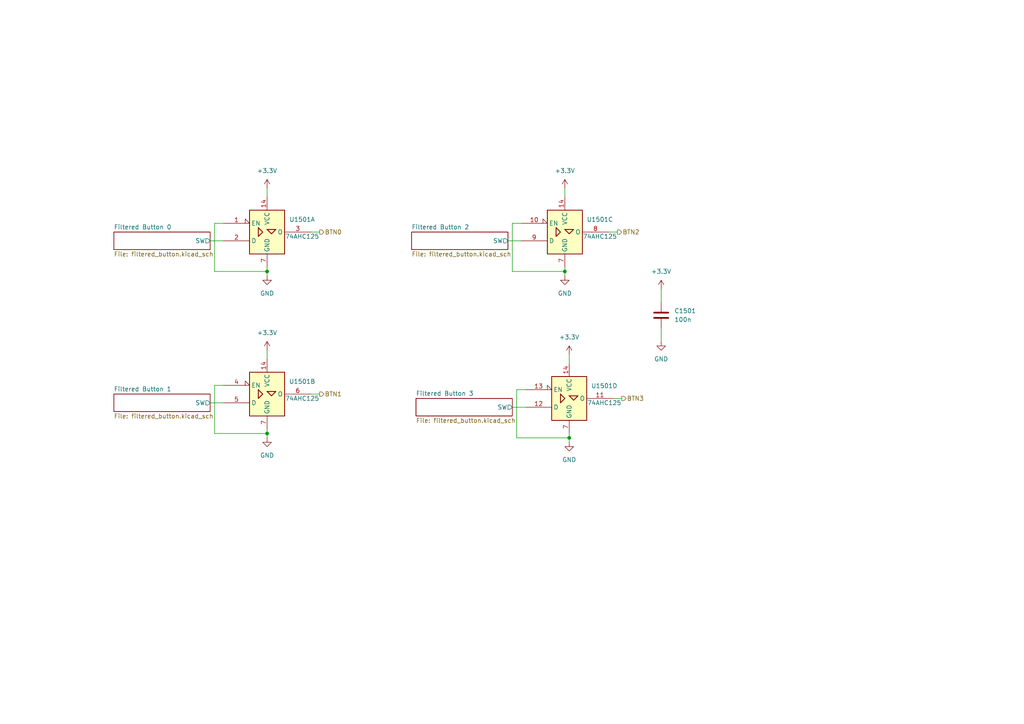
<source format=kicad_sch>
(kicad_sch (version 20230121) (generator eeschema)
  (paper "A4")
  (lib_symbols
    (symbol "74xx_IEEE:74125"
      (property "Reference" "U" (at 6.35 6.35 0))
      (property "Value" "74125" (at 2.54 -7.62 0))
      (symbol "74125_0_1"
        (rectangle (start -5.08 6.35) (end 5.08 -6.35) (stroke (width 0.254)) (fill (type background)))
        (polyline (pts (xy -2.54 1.27) (xy -2.54 -1.27) (xy -1.27 0) (xy -2.54 1.27) (xy -2.54 1.27)) (stroke (width 0.254)) (fill (type background)))
        (polyline (pts (xy 0 0.762) (xy 2.54 0.762) (xy 1.27 -0.508) (xy 0 0.762) (xy 0 0.762)) (stroke (width 0.254)) (fill (type background)))
        (pin power_in line (at 0 10.16 270) (length 3.81) (name "VCC") (number "14"))
        (pin power_in line (at 0 -10.16 90) (length 3.81) (name "GND") (number "7"))
      )
      (symbol "74125_1_0"
        (pin input input_low (at -12.7 2.54 0) (length 7.62) (name "EN") (number "1"))
      )
      (symbol "74125_1_1"
        (pin input line (at -12.7 -2.54 0) (length 7.62) (name "D") (number "2"))
        (pin tri_state line (at 12.7 0 180) (length 7.62) (name "O") (number "3"))
      )
      (symbol "74125_2_0"
        (pin input input_low (at -12.7 2.54 0) (length 7.62) (name "EN") (number "4"))
      )
      (symbol "74125_2_1"
        (pin input line (at -12.7 -2.54 0) (length 7.62) (name "D") (number "5"))
        (pin tri_state line (at 12.7 0 180) (length 7.62) (name "O") (number "6"))
      )
      (symbol "74125_3_0"
        (pin input input_low (at -12.7 2.54 0) (length 7.62) (name "EN") (number "10"))
      )
      (symbol "74125_3_1"
        (pin tri_state line (at 12.7 0 180) (length 7.62) (name "O") (number "8"))
        (pin input line (at -12.7 -2.54 0) (length 7.62) (name "D") (number "9"))
      )
      (symbol "74125_4_0"
        (pin input input_low (at -12.7 2.54 0) (length 7.62) (name "EN") (number "13"))
      )
      (symbol "74125_4_1"
        (pin tri_state line (at 12.7 0 180) (length 7.62) (name "O") (number "11"))
        (pin input line (at -12.7 -2.54 0) (length 7.62) (name "D") (number "12"))
      )
    )
    (symbol "Device:C" (pin_numbers hide) (pin_names (offset 0.254))
      (property "Reference" "C" (at 0.635 2.54 0))
      (property "Value" "C" (at 0.635 -2.54 0))
      (symbol "C_0_1"
        (polyline (pts (xy -2.032 -0.762) (xy 2.032 -0.762)) (stroke (width 0.508)))
        (polyline (pts (xy -2.032 0.762) (xy 2.032 0.762)) (stroke (width 0.508)))
      )
      (symbol "C_1_1"
        (pin passive line (at 0 3.81 270) (length 2.794) (name "~") (number "1"))
        (pin passive line (at 0 -3.81 90) (length 2.794) (name "~") (number "2"))
      )
    )
    (symbol "power:+3.3V" (power) (pin_names (offset 0))
      (property "Value" "+3.3V" (at 0 3.556 0))
      (symbol "+3.3V_0_1"
        (polyline (pts (xy -0.762 1.27) (xy 0 2.54)))
        (polyline (pts (xy 0 0) (xy 0 2.54)))
        (polyline (pts (xy 0 2.54) (xy 0.762 1.27)))
      )
      (symbol "+3.3V_1_1"
        (pin power_in line (at 0 0 90) (length 0) hide (name "+3.3V") (number "1"))
      )
    )
    (symbol "power:GND" (power) (pin_names (offset 0))
      (property "Value" "GND" (at 0 -3.81 0))
      (symbol "GND_0_1"
        (polyline (pts (xy 0 0) (xy 0 -1.27) (xy 1.27 -1.27) (xy 0 -2.54) (xy -1.27 -1.27) (xy 0 -1.27)))
      )
      (symbol "GND_1_1"
        (pin power_in line (at 0 0 270) (length 0) hide (name "GND") (number "1"))
      )
    )
  )
  (junction (at 77.47 78.74))
  (junction (at 163.83 78.74))
  (junction (at 77.47 125.73))
  (junction (at 165.1 127))
  (wire (pts (xy 62.23 64.77) (xy 62.23 78.74)))
  (wire (pts (xy 77.47 124.46) (xy 77.47 125.73)))
  (wire (pts (xy 148.59 64.77) (xy 148.59 78.74)))
  (wire (pts (xy 163.83 54.61) (xy 163.83 57.15)))
  (wire (pts (xy 148.59 78.74) (xy 163.83 78.74)))
  (wire (pts (xy 163.83 78.74) (xy 163.83 80.01)))
  (wire (pts (xy 62.23 78.74) (xy 77.47 78.74)))
  (wire (pts (xy 163.83 77.47) (xy 163.83 78.74)))
  (wire (pts (xy 90.17 114.3) (xy 92.71 114.3)))
  (wire (pts (xy 77.47 125.73) (xy 77.47 127)))
  (wire (pts (xy 62.23 125.73) (xy 77.47 125.73)))
  (wire (pts (xy 90.17 67.31) (xy 92.71 67.31)))
  (wire (pts (xy 176.53 67.31) (xy 179.07 67.31)))
  (wire (pts (xy 77.47 77.47) (xy 77.47 78.74)))
  (wire (pts (xy 62.23 111.76) (xy 62.23 125.73)))
  (wire (pts (xy 147.32 69.85) (xy 151.13 69.85)))
  (wire (pts (xy 177.8 115.57) (xy 180.34 115.57)))
  (wire (pts (xy 165.1 127) (xy 165.1 128.27)))
  (wire (pts (xy 60.96 69.85) (xy 64.77 69.85)))
  (wire (pts (xy 151.13 64.77) (xy 148.59 64.77)))
  (wire (pts (xy 152.4 113.03) (xy 149.86 113.03)))
  (wire (pts (xy 165.1 102.87) (xy 165.1 105.41)))
  (wire (pts (xy 149.86 113.03) (xy 149.86 127)))
  (wire (pts (xy 191.77 83.82) (xy 191.77 87.63)))
  (wire (pts (xy 64.77 111.76) (xy 62.23 111.76)))
  (wire (pts (xy 149.86 127) (xy 165.1 127)))
  (wire (pts (xy 191.77 95.25) (xy 191.77 99.06)))
  (wire (pts (xy 64.77 64.77) (xy 62.23 64.77)))
  (wire (pts (xy 165.1 125.73) (xy 165.1 127)))
  (wire (pts (xy 77.47 78.74) (xy 77.47 80.01)))
  (wire (pts (xy 77.47 101.6) (xy 77.47 104.14)))
  (wire (pts (xy 77.47 54.61) (xy 77.47 57.15)))
  (wire (pts (xy 60.96 116.84) (xy 64.77 116.84)))
  (wire (pts (xy 148.59 118.11) (xy 152.4 118.11)))
  (hierarchical_label "BTN3" (shape output) (at 180.34 115.57 0))
  (hierarchical_label "BTN1" (shape output) (at 92.71 114.3 0))
  (hierarchical_label "BTN2" (shape output) (at 179.07 67.31 0))
  (hierarchical_label "BTN0" (shape output) (at 92.71 67.31 0))
  (symbol (lib_id "74xx_IEEE:74125") (at 77.47 114.3 0) (unit 2)
    (property "Reference" "U1501" (at 87.63 110.6521 0))
    (property "Value" "74AHC125" (at 87.63 115.57 0))
    (property "Footprint" "Package_SO:SO-14_3.9x8.65mm_P1.27mm" (effects hide))
    (property "Source" "https://www.tme.eu/sk/details/74ahc125d.118/radice-vysielace-ovladace/nexperia/74ahc125d-118/" (effects hide))
  )
  (symbol (lib_id "power:+3.3V") (at 165.1 102.87 0) (unit 1)
    (property "Reference" "#PWR07" (effects hide))
    (property "Value" "+3.3V" (at 165.1 97.79 0))
  )
  (symbol (lib_id "74xx_IEEE:74125") (at 165.1 115.57 0) (unit 4)
    (property "Reference" "U1501" (at 175.26 111.9221 0))
    (property "Value" "74AHC125" (at 175.26 116.84 0))
    (property "Footprint" "Package_SO:SO-14_3.9x8.65mm_P1.27mm" (effects hide))
    (property "Source" "https://www.tme.eu/sk/details/74ahc125d.118/radice-vysielace-ovladace/nexperia/74ahc125d-118/" (effects hide))
  )
  (symbol (lib_id "power:GND") (at 165.1 128.27 0) (unit 1)
    (property "Reference" "#PWR08" (effects hide))
    (property "Value" "GND" (at 165.1 133.35 0))
  )
  (symbol (lib_id "power:GND") (at 77.47 80.01 0) (unit 1)
    (property "Reference" "#PWR01" (effects hide))
    (property "Value" "GND" (at 77.47 85.09 0))
  )
  (symbol (lib_id "power:GND") (at 191.77 99.06 0) (unit 1)
    (property "Reference" "#PWR01504" (effects hide))
    (property "Value" "GND" (at 191.77 104.14 0))
  )
  (symbol (lib_id "power:+3.3V") (at 77.47 54.61 0) (unit 1)
    (property "Reference" "#PWR02" (effects hide))
    (property "Value" "+3.3V" (at 77.47 49.53 0))
  )
  (symbol (lib_id "power:GND") (at 77.47 127 0) (unit 1)
    (property "Reference" "#PWR04" (effects hide))
    (property "Value" "GND" (at 77.47 132.08 0))
  )
  (symbol (lib_id "power:+3.3V") (at 77.47 101.6 0) (unit 1)
    (property "Reference" "#PWR03" (effects hide))
    (property "Value" "+3.3V" (at 77.47 96.52 0))
  )
  (symbol (lib_id "74xx_IEEE:74125") (at 77.47 67.31 0) (unit 1)
    (property "Reference" "U1501" (at 87.63 63.6621 0))
    (property "Value" "74AHC125" (at 87.63 68.58 0))
    (property "Footprint" "Package_SO:SO-14_3.9x8.65mm_P1.27mm" (effects hide))
    (property "Source" "https://www.tme.eu/sk/details/74ahc125d.118/radice-vysielace-ovladace/nexperia/74ahc125d-118/" (effects hide))
  )
  (symbol (lib_id "Device:C") (at 191.77 91.44 0) (unit 1)
    (property "Reference" "C1501" (at 195.58 90.17 0) (effects (justify left)))
    (property "Value" "100n" (at 195.58 92.71 0) (effects (justify left)))
    (property "Footprint" "Capacitor_SMD:C_0805_2012Metric_Pad1.18x1.45mm_HandSolder" (effects hide))
  )
  (symbol (lib_id "power:+3.3V") (at 191.77 83.82 0) (unit 1)
    (property "Reference" "#PWR01503" (effects hide))
    (property "Value" "+3.3V" (at 191.77 78.74 0))
  )
  (symbol (lib_id "power:GND") (at 163.83 80.01 0) (unit 1)
    (property "Reference" "#PWR06" (effects hide))
    (property "Value" "GND" (at 163.83 85.09 0))
  )
  (symbol (lib_id "power:+3.3V") (at 163.83 54.61 0) (unit 1)
    (property "Reference" "#PWR05" (effects hide))
    (property "Value" "+3.3V" (at 163.83 49.53 0))
  )
  (symbol (lib_id "74xx_IEEE:74125") (at 163.83 67.31 0) (unit 3)
    (property "Reference" "U1501" (at 173.99 63.6621 0))
    (property "Value" "74AHC125" (at 173.99 68.58 0))
    (property "Footprint" "Package_SO:SO-14_3.9x8.65mm_P1.27mm" (effects hide))
    (property "Source" "https://www.tme.eu/sk/details/74ahc125d.118/radice-vysielace-ovladace/nexperia/74ahc125d-118/" (effects hide))
  )
  (sheet (at 120.65 115.57) (size 27.94 5.08) (stroke (width 0.1524))
    (property "Sheetname" "Filtered Button 3" (at 120.65 114.8584 0) (effects (justify left bottom)))
    (property "Sheetfile" "filtered_button.kicad_sch" (at 120.65 121.2346 0) (effects (justify left top)))
    (pin "SW" output (at 148.59 118.11 0))
  )
  (sheet (at 33.02 114.3) (size 27.94 5.08) (stroke (width 0.1524))
    (property "Sheetname" "Filtered Button 1" (at 33.02 113.5884 0) (effects (justify left bottom)))
    (property "Sheetfile" "filtered_button.kicad_sch" (at 33.02 119.9646 0) (effects (justify left top)))
    (pin "SW" output (at 60.96 116.84 0))
  )
  (sheet (at 33.02 67.31) (size 27.94 5.08) (stroke (width 0.1524))
    (property "Sheetname" "Filtered Button 0" (at 33.02 66.5984 0) (effects (justify left bottom)))
    (property "Sheetfile" "filtered_button.kicad_sch" (at 33.02 72.9746 0) (effects (justify left top)))
    (pin "SW" output (at 60.96 69.85 0))
  )
  (sheet (at 119.38 67.31) (size 27.94 5.08) (stroke (width 0.1524))
    (property "Sheetname" "Filtered Button 2" (at 119.38 66.5984 0) (effects (justify left bottom)))
    (property "Sheetfile" "filtered_button.kicad_sch" (at 119.38 72.9746 0) (effects (justify left top)))
    (pin "SW" output (at 147.32 69.85 0))
  )
)
</source>
